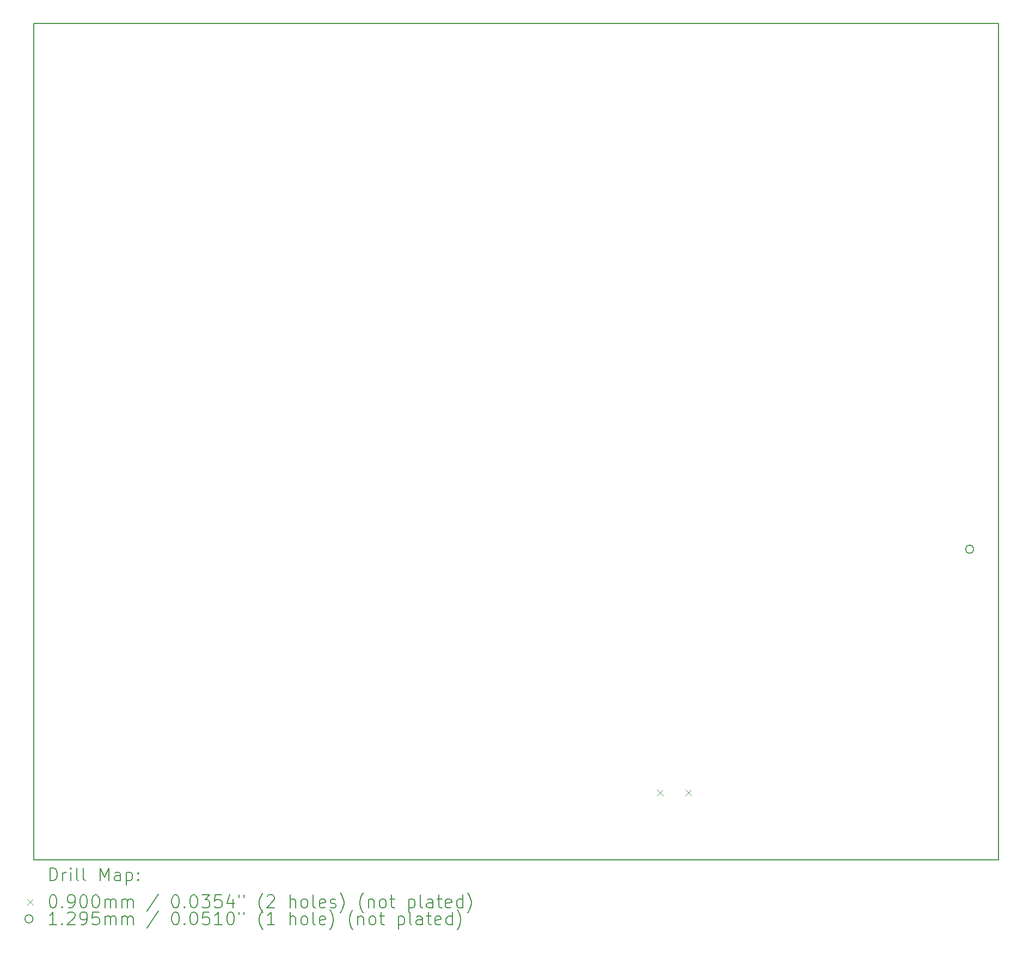
<source format=gbr>
%TF.GenerationSoftware,KiCad,Pcbnew,8.0.5*%
%TF.CreationDate,2024-11-21T04:34:35-05:00*%
%TF.ProjectId,PCB_Order3,5043425f-4f72-4646-9572-332e6b696361,rev?*%
%TF.SameCoordinates,Original*%
%TF.FileFunction,Drillmap*%
%TF.FilePolarity,Positive*%
%FSLAX45Y45*%
G04 Gerber Fmt 4.5, Leading zero omitted, Abs format (unit mm)*
G04 Created by KiCad (PCBNEW 8.0.5) date 2024-11-21 04:34:35*
%MOMM*%
%LPD*%
G01*
G04 APERTURE LIST*
%ADD10C,0.200000*%
%ADD11C,0.100000*%
%ADD12C,0.129540*%
G04 APERTURE END LIST*
D10*
X2780000Y-4515000D02*
X17780000Y-4515000D01*
X17780000Y-17515000D01*
X2780000Y-17515000D01*
X2780000Y-4515000D01*
D11*
X12475000Y-16422500D02*
X12565000Y-16512500D01*
X12565000Y-16422500D02*
X12475000Y-16512500D01*
X12915000Y-16422500D02*
X13005000Y-16512500D01*
X13005000Y-16422500D02*
X12915000Y-16512500D01*
D12*
X17399385Y-12685340D02*
G75*
G02*
X17269845Y-12685340I-64770J0D01*
G01*
X17269845Y-12685340D02*
G75*
G02*
X17399385Y-12685340I64770J0D01*
G01*
D10*
X3030777Y-17836484D02*
X3030777Y-17636484D01*
X3030777Y-17636484D02*
X3078396Y-17636484D01*
X3078396Y-17636484D02*
X3106967Y-17646008D01*
X3106967Y-17646008D02*
X3126015Y-17665055D01*
X3126015Y-17665055D02*
X3135539Y-17684103D01*
X3135539Y-17684103D02*
X3145062Y-17722198D01*
X3145062Y-17722198D02*
X3145062Y-17750770D01*
X3145062Y-17750770D02*
X3135539Y-17788865D01*
X3135539Y-17788865D02*
X3126015Y-17807912D01*
X3126015Y-17807912D02*
X3106967Y-17826960D01*
X3106967Y-17826960D02*
X3078396Y-17836484D01*
X3078396Y-17836484D02*
X3030777Y-17836484D01*
X3230777Y-17836484D02*
X3230777Y-17703150D01*
X3230777Y-17741246D02*
X3240301Y-17722198D01*
X3240301Y-17722198D02*
X3249824Y-17712674D01*
X3249824Y-17712674D02*
X3268872Y-17703150D01*
X3268872Y-17703150D02*
X3287920Y-17703150D01*
X3354586Y-17836484D02*
X3354586Y-17703150D01*
X3354586Y-17636484D02*
X3345062Y-17646008D01*
X3345062Y-17646008D02*
X3354586Y-17655531D01*
X3354586Y-17655531D02*
X3364110Y-17646008D01*
X3364110Y-17646008D02*
X3354586Y-17636484D01*
X3354586Y-17636484D02*
X3354586Y-17655531D01*
X3478396Y-17836484D02*
X3459348Y-17826960D01*
X3459348Y-17826960D02*
X3449824Y-17807912D01*
X3449824Y-17807912D02*
X3449824Y-17636484D01*
X3583158Y-17836484D02*
X3564110Y-17826960D01*
X3564110Y-17826960D02*
X3554586Y-17807912D01*
X3554586Y-17807912D02*
X3554586Y-17636484D01*
X3811729Y-17836484D02*
X3811729Y-17636484D01*
X3811729Y-17636484D02*
X3878396Y-17779341D01*
X3878396Y-17779341D02*
X3945062Y-17636484D01*
X3945062Y-17636484D02*
X3945062Y-17836484D01*
X4126015Y-17836484D02*
X4126015Y-17731722D01*
X4126015Y-17731722D02*
X4116491Y-17712674D01*
X4116491Y-17712674D02*
X4097443Y-17703150D01*
X4097443Y-17703150D02*
X4059348Y-17703150D01*
X4059348Y-17703150D02*
X4040301Y-17712674D01*
X4126015Y-17826960D02*
X4106967Y-17836484D01*
X4106967Y-17836484D02*
X4059348Y-17836484D01*
X4059348Y-17836484D02*
X4040301Y-17826960D01*
X4040301Y-17826960D02*
X4030777Y-17807912D01*
X4030777Y-17807912D02*
X4030777Y-17788865D01*
X4030777Y-17788865D02*
X4040301Y-17769817D01*
X4040301Y-17769817D02*
X4059348Y-17760293D01*
X4059348Y-17760293D02*
X4106967Y-17760293D01*
X4106967Y-17760293D02*
X4126015Y-17750770D01*
X4221253Y-17703150D02*
X4221253Y-17903150D01*
X4221253Y-17712674D02*
X4240301Y-17703150D01*
X4240301Y-17703150D02*
X4278396Y-17703150D01*
X4278396Y-17703150D02*
X4297444Y-17712674D01*
X4297444Y-17712674D02*
X4306967Y-17722198D01*
X4306967Y-17722198D02*
X4316491Y-17741246D01*
X4316491Y-17741246D02*
X4316491Y-17798389D01*
X4316491Y-17798389D02*
X4306967Y-17817436D01*
X4306967Y-17817436D02*
X4297444Y-17826960D01*
X4297444Y-17826960D02*
X4278396Y-17836484D01*
X4278396Y-17836484D02*
X4240301Y-17836484D01*
X4240301Y-17836484D02*
X4221253Y-17826960D01*
X4402205Y-17817436D02*
X4411729Y-17826960D01*
X4411729Y-17826960D02*
X4402205Y-17836484D01*
X4402205Y-17836484D02*
X4392682Y-17826960D01*
X4392682Y-17826960D02*
X4402205Y-17817436D01*
X4402205Y-17817436D02*
X4402205Y-17836484D01*
X4402205Y-17712674D02*
X4411729Y-17722198D01*
X4411729Y-17722198D02*
X4402205Y-17731722D01*
X4402205Y-17731722D02*
X4392682Y-17722198D01*
X4392682Y-17722198D02*
X4402205Y-17712674D01*
X4402205Y-17712674D02*
X4402205Y-17731722D01*
D11*
X2680000Y-18120000D02*
X2770000Y-18210000D01*
X2770000Y-18120000D02*
X2680000Y-18210000D01*
D10*
X3068872Y-18056484D02*
X3087920Y-18056484D01*
X3087920Y-18056484D02*
X3106967Y-18066008D01*
X3106967Y-18066008D02*
X3116491Y-18075531D01*
X3116491Y-18075531D02*
X3126015Y-18094579D01*
X3126015Y-18094579D02*
X3135539Y-18132674D01*
X3135539Y-18132674D02*
X3135539Y-18180293D01*
X3135539Y-18180293D02*
X3126015Y-18218389D01*
X3126015Y-18218389D02*
X3116491Y-18237436D01*
X3116491Y-18237436D02*
X3106967Y-18246960D01*
X3106967Y-18246960D02*
X3087920Y-18256484D01*
X3087920Y-18256484D02*
X3068872Y-18256484D01*
X3068872Y-18256484D02*
X3049824Y-18246960D01*
X3049824Y-18246960D02*
X3040301Y-18237436D01*
X3040301Y-18237436D02*
X3030777Y-18218389D01*
X3030777Y-18218389D02*
X3021253Y-18180293D01*
X3021253Y-18180293D02*
X3021253Y-18132674D01*
X3021253Y-18132674D02*
X3030777Y-18094579D01*
X3030777Y-18094579D02*
X3040301Y-18075531D01*
X3040301Y-18075531D02*
X3049824Y-18066008D01*
X3049824Y-18066008D02*
X3068872Y-18056484D01*
X3221253Y-18237436D02*
X3230777Y-18246960D01*
X3230777Y-18246960D02*
X3221253Y-18256484D01*
X3221253Y-18256484D02*
X3211729Y-18246960D01*
X3211729Y-18246960D02*
X3221253Y-18237436D01*
X3221253Y-18237436D02*
X3221253Y-18256484D01*
X3326015Y-18256484D02*
X3364110Y-18256484D01*
X3364110Y-18256484D02*
X3383158Y-18246960D01*
X3383158Y-18246960D02*
X3392682Y-18237436D01*
X3392682Y-18237436D02*
X3411729Y-18208865D01*
X3411729Y-18208865D02*
X3421253Y-18170770D01*
X3421253Y-18170770D02*
X3421253Y-18094579D01*
X3421253Y-18094579D02*
X3411729Y-18075531D01*
X3411729Y-18075531D02*
X3402205Y-18066008D01*
X3402205Y-18066008D02*
X3383158Y-18056484D01*
X3383158Y-18056484D02*
X3345062Y-18056484D01*
X3345062Y-18056484D02*
X3326015Y-18066008D01*
X3326015Y-18066008D02*
X3316491Y-18075531D01*
X3316491Y-18075531D02*
X3306967Y-18094579D01*
X3306967Y-18094579D02*
X3306967Y-18142198D01*
X3306967Y-18142198D02*
X3316491Y-18161246D01*
X3316491Y-18161246D02*
X3326015Y-18170770D01*
X3326015Y-18170770D02*
X3345062Y-18180293D01*
X3345062Y-18180293D02*
X3383158Y-18180293D01*
X3383158Y-18180293D02*
X3402205Y-18170770D01*
X3402205Y-18170770D02*
X3411729Y-18161246D01*
X3411729Y-18161246D02*
X3421253Y-18142198D01*
X3545062Y-18056484D02*
X3564110Y-18056484D01*
X3564110Y-18056484D02*
X3583158Y-18066008D01*
X3583158Y-18066008D02*
X3592682Y-18075531D01*
X3592682Y-18075531D02*
X3602205Y-18094579D01*
X3602205Y-18094579D02*
X3611729Y-18132674D01*
X3611729Y-18132674D02*
X3611729Y-18180293D01*
X3611729Y-18180293D02*
X3602205Y-18218389D01*
X3602205Y-18218389D02*
X3592682Y-18237436D01*
X3592682Y-18237436D02*
X3583158Y-18246960D01*
X3583158Y-18246960D02*
X3564110Y-18256484D01*
X3564110Y-18256484D02*
X3545062Y-18256484D01*
X3545062Y-18256484D02*
X3526015Y-18246960D01*
X3526015Y-18246960D02*
X3516491Y-18237436D01*
X3516491Y-18237436D02*
X3506967Y-18218389D01*
X3506967Y-18218389D02*
X3497443Y-18180293D01*
X3497443Y-18180293D02*
X3497443Y-18132674D01*
X3497443Y-18132674D02*
X3506967Y-18094579D01*
X3506967Y-18094579D02*
X3516491Y-18075531D01*
X3516491Y-18075531D02*
X3526015Y-18066008D01*
X3526015Y-18066008D02*
X3545062Y-18056484D01*
X3735539Y-18056484D02*
X3754586Y-18056484D01*
X3754586Y-18056484D02*
X3773634Y-18066008D01*
X3773634Y-18066008D02*
X3783158Y-18075531D01*
X3783158Y-18075531D02*
X3792682Y-18094579D01*
X3792682Y-18094579D02*
X3802205Y-18132674D01*
X3802205Y-18132674D02*
X3802205Y-18180293D01*
X3802205Y-18180293D02*
X3792682Y-18218389D01*
X3792682Y-18218389D02*
X3783158Y-18237436D01*
X3783158Y-18237436D02*
X3773634Y-18246960D01*
X3773634Y-18246960D02*
X3754586Y-18256484D01*
X3754586Y-18256484D02*
X3735539Y-18256484D01*
X3735539Y-18256484D02*
X3716491Y-18246960D01*
X3716491Y-18246960D02*
X3706967Y-18237436D01*
X3706967Y-18237436D02*
X3697443Y-18218389D01*
X3697443Y-18218389D02*
X3687920Y-18180293D01*
X3687920Y-18180293D02*
X3687920Y-18132674D01*
X3687920Y-18132674D02*
X3697443Y-18094579D01*
X3697443Y-18094579D02*
X3706967Y-18075531D01*
X3706967Y-18075531D02*
X3716491Y-18066008D01*
X3716491Y-18066008D02*
X3735539Y-18056484D01*
X3887920Y-18256484D02*
X3887920Y-18123150D01*
X3887920Y-18142198D02*
X3897443Y-18132674D01*
X3897443Y-18132674D02*
X3916491Y-18123150D01*
X3916491Y-18123150D02*
X3945063Y-18123150D01*
X3945063Y-18123150D02*
X3964110Y-18132674D01*
X3964110Y-18132674D02*
X3973634Y-18151722D01*
X3973634Y-18151722D02*
X3973634Y-18256484D01*
X3973634Y-18151722D02*
X3983158Y-18132674D01*
X3983158Y-18132674D02*
X4002205Y-18123150D01*
X4002205Y-18123150D02*
X4030777Y-18123150D01*
X4030777Y-18123150D02*
X4049824Y-18132674D01*
X4049824Y-18132674D02*
X4059348Y-18151722D01*
X4059348Y-18151722D02*
X4059348Y-18256484D01*
X4154586Y-18256484D02*
X4154586Y-18123150D01*
X4154586Y-18142198D02*
X4164110Y-18132674D01*
X4164110Y-18132674D02*
X4183158Y-18123150D01*
X4183158Y-18123150D02*
X4211729Y-18123150D01*
X4211729Y-18123150D02*
X4230777Y-18132674D01*
X4230777Y-18132674D02*
X4240301Y-18151722D01*
X4240301Y-18151722D02*
X4240301Y-18256484D01*
X4240301Y-18151722D02*
X4249825Y-18132674D01*
X4249825Y-18132674D02*
X4268872Y-18123150D01*
X4268872Y-18123150D02*
X4297444Y-18123150D01*
X4297444Y-18123150D02*
X4316491Y-18132674D01*
X4316491Y-18132674D02*
X4326015Y-18151722D01*
X4326015Y-18151722D02*
X4326015Y-18256484D01*
X4716491Y-18046960D02*
X4545063Y-18304103D01*
X4973634Y-18056484D02*
X4992682Y-18056484D01*
X4992682Y-18056484D02*
X5011729Y-18066008D01*
X5011729Y-18066008D02*
X5021253Y-18075531D01*
X5021253Y-18075531D02*
X5030777Y-18094579D01*
X5030777Y-18094579D02*
X5040301Y-18132674D01*
X5040301Y-18132674D02*
X5040301Y-18180293D01*
X5040301Y-18180293D02*
X5030777Y-18218389D01*
X5030777Y-18218389D02*
X5021253Y-18237436D01*
X5021253Y-18237436D02*
X5011729Y-18246960D01*
X5011729Y-18246960D02*
X4992682Y-18256484D01*
X4992682Y-18256484D02*
X4973634Y-18256484D01*
X4973634Y-18256484D02*
X4954587Y-18246960D01*
X4954587Y-18246960D02*
X4945063Y-18237436D01*
X4945063Y-18237436D02*
X4935539Y-18218389D01*
X4935539Y-18218389D02*
X4926015Y-18180293D01*
X4926015Y-18180293D02*
X4926015Y-18132674D01*
X4926015Y-18132674D02*
X4935539Y-18094579D01*
X4935539Y-18094579D02*
X4945063Y-18075531D01*
X4945063Y-18075531D02*
X4954587Y-18066008D01*
X4954587Y-18066008D02*
X4973634Y-18056484D01*
X5126015Y-18237436D02*
X5135539Y-18246960D01*
X5135539Y-18246960D02*
X5126015Y-18256484D01*
X5126015Y-18256484D02*
X5116491Y-18246960D01*
X5116491Y-18246960D02*
X5126015Y-18237436D01*
X5126015Y-18237436D02*
X5126015Y-18256484D01*
X5259348Y-18056484D02*
X5278396Y-18056484D01*
X5278396Y-18056484D02*
X5297444Y-18066008D01*
X5297444Y-18066008D02*
X5306968Y-18075531D01*
X5306968Y-18075531D02*
X5316491Y-18094579D01*
X5316491Y-18094579D02*
X5326015Y-18132674D01*
X5326015Y-18132674D02*
X5326015Y-18180293D01*
X5326015Y-18180293D02*
X5316491Y-18218389D01*
X5316491Y-18218389D02*
X5306968Y-18237436D01*
X5306968Y-18237436D02*
X5297444Y-18246960D01*
X5297444Y-18246960D02*
X5278396Y-18256484D01*
X5278396Y-18256484D02*
X5259348Y-18256484D01*
X5259348Y-18256484D02*
X5240301Y-18246960D01*
X5240301Y-18246960D02*
X5230777Y-18237436D01*
X5230777Y-18237436D02*
X5221253Y-18218389D01*
X5221253Y-18218389D02*
X5211729Y-18180293D01*
X5211729Y-18180293D02*
X5211729Y-18132674D01*
X5211729Y-18132674D02*
X5221253Y-18094579D01*
X5221253Y-18094579D02*
X5230777Y-18075531D01*
X5230777Y-18075531D02*
X5240301Y-18066008D01*
X5240301Y-18066008D02*
X5259348Y-18056484D01*
X5392682Y-18056484D02*
X5516491Y-18056484D01*
X5516491Y-18056484D02*
X5449825Y-18132674D01*
X5449825Y-18132674D02*
X5478396Y-18132674D01*
X5478396Y-18132674D02*
X5497444Y-18142198D01*
X5497444Y-18142198D02*
X5506968Y-18151722D01*
X5506968Y-18151722D02*
X5516491Y-18170770D01*
X5516491Y-18170770D02*
X5516491Y-18218389D01*
X5516491Y-18218389D02*
X5506968Y-18237436D01*
X5506968Y-18237436D02*
X5497444Y-18246960D01*
X5497444Y-18246960D02*
X5478396Y-18256484D01*
X5478396Y-18256484D02*
X5421253Y-18256484D01*
X5421253Y-18256484D02*
X5402206Y-18246960D01*
X5402206Y-18246960D02*
X5392682Y-18237436D01*
X5697444Y-18056484D02*
X5602206Y-18056484D01*
X5602206Y-18056484D02*
X5592682Y-18151722D01*
X5592682Y-18151722D02*
X5602206Y-18142198D01*
X5602206Y-18142198D02*
X5621253Y-18132674D01*
X5621253Y-18132674D02*
X5668872Y-18132674D01*
X5668872Y-18132674D02*
X5687920Y-18142198D01*
X5687920Y-18142198D02*
X5697444Y-18151722D01*
X5697444Y-18151722D02*
X5706967Y-18170770D01*
X5706967Y-18170770D02*
X5706967Y-18218389D01*
X5706967Y-18218389D02*
X5697444Y-18237436D01*
X5697444Y-18237436D02*
X5687920Y-18246960D01*
X5687920Y-18246960D02*
X5668872Y-18256484D01*
X5668872Y-18256484D02*
X5621253Y-18256484D01*
X5621253Y-18256484D02*
X5602206Y-18246960D01*
X5602206Y-18246960D02*
X5592682Y-18237436D01*
X5878396Y-18123150D02*
X5878396Y-18256484D01*
X5830777Y-18046960D02*
X5783158Y-18189817D01*
X5783158Y-18189817D02*
X5906967Y-18189817D01*
X5973634Y-18056484D02*
X5973634Y-18094579D01*
X6049825Y-18056484D02*
X6049825Y-18094579D01*
X6345063Y-18332674D02*
X6335539Y-18323150D01*
X6335539Y-18323150D02*
X6316491Y-18294579D01*
X6316491Y-18294579D02*
X6306968Y-18275531D01*
X6306968Y-18275531D02*
X6297444Y-18246960D01*
X6297444Y-18246960D02*
X6287920Y-18199341D01*
X6287920Y-18199341D02*
X6287920Y-18161246D01*
X6287920Y-18161246D02*
X6297444Y-18113627D01*
X6297444Y-18113627D02*
X6306968Y-18085055D01*
X6306968Y-18085055D02*
X6316491Y-18066008D01*
X6316491Y-18066008D02*
X6335539Y-18037436D01*
X6335539Y-18037436D02*
X6345063Y-18027912D01*
X6411729Y-18075531D02*
X6421253Y-18066008D01*
X6421253Y-18066008D02*
X6440301Y-18056484D01*
X6440301Y-18056484D02*
X6487920Y-18056484D01*
X6487920Y-18056484D02*
X6506968Y-18066008D01*
X6506968Y-18066008D02*
X6516491Y-18075531D01*
X6516491Y-18075531D02*
X6526015Y-18094579D01*
X6526015Y-18094579D02*
X6526015Y-18113627D01*
X6526015Y-18113627D02*
X6516491Y-18142198D01*
X6516491Y-18142198D02*
X6402206Y-18256484D01*
X6402206Y-18256484D02*
X6526015Y-18256484D01*
X6764110Y-18256484D02*
X6764110Y-18056484D01*
X6849825Y-18256484D02*
X6849825Y-18151722D01*
X6849825Y-18151722D02*
X6840301Y-18132674D01*
X6840301Y-18132674D02*
X6821253Y-18123150D01*
X6821253Y-18123150D02*
X6792682Y-18123150D01*
X6792682Y-18123150D02*
X6773634Y-18132674D01*
X6773634Y-18132674D02*
X6764110Y-18142198D01*
X6973634Y-18256484D02*
X6954587Y-18246960D01*
X6954587Y-18246960D02*
X6945063Y-18237436D01*
X6945063Y-18237436D02*
X6935539Y-18218389D01*
X6935539Y-18218389D02*
X6935539Y-18161246D01*
X6935539Y-18161246D02*
X6945063Y-18142198D01*
X6945063Y-18142198D02*
X6954587Y-18132674D01*
X6954587Y-18132674D02*
X6973634Y-18123150D01*
X6973634Y-18123150D02*
X7002206Y-18123150D01*
X7002206Y-18123150D02*
X7021253Y-18132674D01*
X7021253Y-18132674D02*
X7030777Y-18142198D01*
X7030777Y-18142198D02*
X7040301Y-18161246D01*
X7040301Y-18161246D02*
X7040301Y-18218389D01*
X7040301Y-18218389D02*
X7030777Y-18237436D01*
X7030777Y-18237436D02*
X7021253Y-18246960D01*
X7021253Y-18246960D02*
X7002206Y-18256484D01*
X7002206Y-18256484D02*
X6973634Y-18256484D01*
X7154587Y-18256484D02*
X7135539Y-18246960D01*
X7135539Y-18246960D02*
X7126015Y-18227912D01*
X7126015Y-18227912D02*
X7126015Y-18056484D01*
X7306968Y-18246960D02*
X7287920Y-18256484D01*
X7287920Y-18256484D02*
X7249825Y-18256484D01*
X7249825Y-18256484D02*
X7230777Y-18246960D01*
X7230777Y-18246960D02*
X7221253Y-18227912D01*
X7221253Y-18227912D02*
X7221253Y-18151722D01*
X7221253Y-18151722D02*
X7230777Y-18132674D01*
X7230777Y-18132674D02*
X7249825Y-18123150D01*
X7249825Y-18123150D02*
X7287920Y-18123150D01*
X7287920Y-18123150D02*
X7306968Y-18132674D01*
X7306968Y-18132674D02*
X7316491Y-18151722D01*
X7316491Y-18151722D02*
X7316491Y-18170770D01*
X7316491Y-18170770D02*
X7221253Y-18189817D01*
X7392682Y-18246960D02*
X7411730Y-18256484D01*
X7411730Y-18256484D02*
X7449825Y-18256484D01*
X7449825Y-18256484D02*
X7468872Y-18246960D01*
X7468872Y-18246960D02*
X7478396Y-18227912D01*
X7478396Y-18227912D02*
X7478396Y-18218389D01*
X7478396Y-18218389D02*
X7468872Y-18199341D01*
X7468872Y-18199341D02*
X7449825Y-18189817D01*
X7449825Y-18189817D02*
X7421253Y-18189817D01*
X7421253Y-18189817D02*
X7402206Y-18180293D01*
X7402206Y-18180293D02*
X7392682Y-18161246D01*
X7392682Y-18161246D02*
X7392682Y-18151722D01*
X7392682Y-18151722D02*
X7402206Y-18132674D01*
X7402206Y-18132674D02*
X7421253Y-18123150D01*
X7421253Y-18123150D02*
X7449825Y-18123150D01*
X7449825Y-18123150D02*
X7468872Y-18132674D01*
X7545063Y-18332674D02*
X7554587Y-18323150D01*
X7554587Y-18323150D02*
X7573634Y-18294579D01*
X7573634Y-18294579D02*
X7583158Y-18275531D01*
X7583158Y-18275531D02*
X7592682Y-18246960D01*
X7592682Y-18246960D02*
X7602206Y-18199341D01*
X7602206Y-18199341D02*
X7602206Y-18161246D01*
X7602206Y-18161246D02*
X7592682Y-18113627D01*
X7592682Y-18113627D02*
X7583158Y-18085055D01*
X7583158Y-18085055D02*
X7573634Y-18066008D01*
X7573634Y-18066008D02*
X7554587Y-18037436D01*
X7554587Y-18037436D02*
X7545063Y-18027912D01*
X7906968Y-18332674D02*
X7897444Y-18323150D01*
X7897444Y-18323150D02*
X7878396Y-18294579D01*
X7878396Y-18294579D02*
X7868872Y-18275531D01*
X7868872Y-18275531D02*
X7859349Y-18246960D01*
X7859349Y-18246960D02*
X7849825Y-18199341D01*
X7849825Y-18199341D02*
X7849825Y-18161246D01*
X7849825Y-18161246D02*
X7859349Y-18113627D01*
X7859349Y-18113627D02*
X7868872Y-18085055D01*
X7868872Y-18085055D02*
X7878396Y-18066008D01*
X7878396Y-18066008D02*
X7897444Y-18037436D01*
X7897444Y-18037436D02*
X7906968Y-18027912D01*
X7983158Y-18123150D02*
X7983158Y-18256484D01*
X7983158Y-18142198D02*
X7992682Y-18132674D01*
X7992682Y-18132674D02*
X8011730Y-18123150D01*
X8011730Y-18123150D02*
X8040301Y-18123150D01*
X8040301Y-18123150D02*
X8059349Y-18132674D01*
X8059349Y-18132674D02*
X8068872Y-18151722D01*
X8068872Y-18151722D02*
X8068872Y-18256484D01*
X8192682Y-18256484D02*
X8173634Y-18246960D01*
X8173634Y-18246960D02*
X8164111Y-18237436D01*
X8164111Y-18237436D02*
X8154587Y-18218389D01*
X8154587Y-18218389D02*
X8154587Y-18161246D01*
X8154587Y-18161246D02*
X8164111Y-18142198D01*
X8164111Y-18142198D02*
X8173634Y-18132674D01*
X8173634Y-18132674D02*
X8192682Y-18123150D01*
X8192682Y-18123150D02*
X8221253Y-18123150D01*
X8221253Y-18123150D02*
X8240301Y-18132674D01*
X8240301Y-18132674D02*
X8249825Y-18142198D01*
X8249825Y-18142198D02*
X8259349Y-18161246D01*
X8259349Y-18161246D02*
X8259349Y-18218389D01*
X8259349Y-18218389D02*
X8249825Y-18237436D01*
X8249825Y-18237436D02*
X8240301Y-18246960D01*
X8240301Y-18246960D02*
X8221253Y-18256484D01*
X8221253Y-18256484D02*
X8192682Y-18256484D01*
X8316492Y-18123150D02*
X8392682Y-18123150D01*
X8345063Y-18056484D02*
X8345063Y-18227912D01*
X8345063Y-18227912D02*
X8354587Y-18246960D01*
X8354587Y-18246960D02*
X8373634Y-18256484D01*
X8373634Y-18256484D02*
X8392682Y-18256484D01*
X8611730Y-18123150D02*
X8611730Y-18323150D01*
X8611730Y-18132674D02*
X8630777Y-18123150D01*
X8630777Y-18123150D02*
X8668873Y-18123150D01*
X8668873Y-18123150D02*
X8687920Y-18132674D01*
X8687920Y-18132674D02*
X8697444Y-18142198D01*
X8697444Y-18142198D02*
X8706968Y-18161246D01*
X8706968Y-18161246D02*
X8706968Y-18218389D01*
X8706968Y-18218389D02*
X8697444Y-18237436D01*
X8697444Y-18237436D02*
X8687920Y-18246960D01*
X8687920Y-18246960D02*
X8668873Y-18256484D01*
X8668873Y-18256484D02*
X8630777Y-18256484D01*
X8630777Y-18256484D02*
X8611730Y-18246960D01*
X8821254Y-18256484D02*
X8802206Y-18246960D01*
X8802206Y-18246960D02*
X8792682Y-18227912D01*
X8792682Y-18227912D02*
X8792682Y-18056484D01*
X8983158Y-18256484D02*
X8983158Y-18151722D01*
X8983158Y-18151722D02*
X8973635Y-18132674D01*
X8973635Y-18132674D02*
X8954587Y-18123150D01*
X8954587Y-18123150D02*
X8916492Y-18123150D01*
X8916492Y-18123150D02*
X8897444Y-18132674D01*
X8983158Y-18246960D02*
X8964111Y-18256484D01*
X8964111Y-18256484D02*
X8916492Y-18256484D01*
X8916492Y-18256484D02*
X8897444Y-18246960D01*
X8897444Y-18246960D02*
X8887920Y-18227912D01*
X8887920Y-18227912D02*
X8887920Y-18208865D01*
X8887920Y-18208865D02*
X8897444Y-18189817D01*
X8897444Y-18189817D02*
X8916492Y-18180293D01*
X8916492Y-18180293D02*
X8964111Y-18180293D01*
X8964111Y-18180293D02*
X8983158Y-18170770D01*
X9049825Y-18123150D02*
X9126015Y-18123150D01*
X9078396Y-18056484D02*
X9078396Y-18227912D01*
X9078396Y-18227912D02*
X9087920Y-18246960D01*
X9087920Y-18246960D02*
X9106968Y-18256484D01*
X9106968Y-18256484D02*
X9126015Y-18256484D01*
X9268873Y-18246960D02*
X9249825Y-18256484D01*
X9249825Y-18256484D02*
X9211730Y-18256484D01*
X9211730Y-18256484D02*
X9192682Y-18246960D01*
X9192682Y-18246960D02*
X9183158Y-18227912D01*
X9183158Y-18227912D02*
X9183158Y-18151722D01*
X9183158Y-18151722D02*
X9192682Y-18132674D01*
X9192682Y-18132674D02*
X9211730Y-18123150D01*
X9211730Y-18123150D02*
X9249825Y-18123150D01*
X9249825Y-18123150D02*
X9268873Y-18132674D01*
X9268873Y-18132674D02*
X9278396Y-18151722D01*
X9278396Y-18151722D02*
X9278396Y-18170770D01*
X9278396Y-18170770D02*
X9183158Y-18189817D01*
X9449825Y-18256484D02*
X9449825Y-18056484D01*
X9449825Y-18246960D02*
X9430777Y-18256484D01*
X9430777Y-18256484D02*
X9392682Y-18256484D01*
X9392682Y-18256484D02*
X9373635Y-18246960D01*
X9373635Y-18246960D02*
X9364111Y-18237436D01*
X9364111Y-18237436D02*
X9354587Y-18218389D01*
X9354587Y-18218389D02*
X9354587Y-18161246D01*
X9354587Y-18161246D02*
X9364111Y-18142198D01*
X9364111Y-18142198D02*
X9373635Y-18132674D01*
X9373635Y-18132674D02*
X9392682Y-18123150D01*
X9392682Y-18123150D02*
X9430777Y-18123150D01*
X9430777Y-18123150D02*
X9449825Y-18132674D01*
X9526016Y-18332674D02*
X9535539Y-18323150D01*
X9535539Y-18323150D02*
X9554587Y-18294579D01*
X9554587Y-18294579D02*
X9564111Y-18275531D01*
X9564111Y-18275531D02*
X9573635Y-18246960D01*
X9573635Y-18246960D02*
X9583158Y-18199341D01*
X9583158Y-18199341D02*
X9583158Y-18161246D01*
X9583158Y-18161246D02*
X9573635Y-18113627D01*
X9573635Y-18113627D02*
X9564111Y-18085055D01*
X9564111Y-18085055D02*
X9554587Y-18066008D01*
X9554587Y-18066008D02*
X9535539Y-18037436D01*
X9535539Y-18037436D02*
X9526016Y-18027912D01*
D12*
X2770000Y-18429000D02*
G75*
G02*
X2640460Y-18429000I-64770J0D01*
G01*
X2640460Y-18429000D02*
G75*
G02*
X2770000Y-18429000I64770J0D01*
G01*
D10*
X3135539Y-18520484D02*
X3021253Y-18520484D01*
X3078396Y-18520484D02*
X3078396Y-18320484D01*
X3078396Y-18320484D02*
X3059348Y-18349055D01*
X3059348Y-18349055D02*
X3040301Y-18368103D01*
X3040301Y-18368103D02*
X3021253Y-18377627D01*
X3221253Y-18501436D02*
X3230777Y-18510960D01*
X3230777Y-18510960D02*
X3221253Y-18520484D01*
X3221253Y-18520484D02*
X3211729Y-18510960D01*
X3211729Y-18510960D02*
X3221253Y-18501436D01*
X3221253Y-18501436D02*
X3221253Y-18520484D01*
X3306967Y-18339531D02*
X3316491Y-18330008D01*
X3316491Y-18330008D02*
X3335539Y-18320484D01*
X3335539Y-18320484D02*
X3383158Y-18320484D01*
X3383158Y-18320484D02*
X3402205Y-18330008D01*
X3402205Y-18330008D02*
X3411729Y-18339531D01*
X3411729Y-18339531D02*
X3421253Y-18358579D01*
X3421253Y-18358579D02*
X3421253Y-18377627D01*
X3421253Y-18377627D02*
X3411729Y-18406198D01*
X3411729Y-18406198D02*
X3297443Y-18520484D01*
X3297443Y-18520484D02*
X3421253Y-18520484D01*
X3516491Y-18520484D02*
X3554586Y-18520484D01*
X3554586Y-18520484D02*
X3573634Y-18510960D01*
X3573634Y-18510960D02*
X3583158Y-18501436D01*
X3583158Y-18501436D02*
X3602205Y-18472865D01*
X3602205Y-18472865D02*
X3611729Y-18434770D01*
X3611729Y-18434770D02*
X3611729Y-18358579D01*
X3611729Y-18358579D02*
X3602205Y-18339531D01*
X3602205Y-18339531D02*
X3592682Y-18330008D01*
X3592682Y-18330008D02*
X3573634Y-18320484D01*
X3573634Y-18320484D02*
X3535539Y-18320484D01*
X3535539Y-18320484D02*
X3516491Y-18330008D01*
X3516491Y-18330008D02*
X3506967Y-18339531D01*
X3506967Y-18339531D02*
X3497443Y-18358579D01*
X3497443Y-18358579D02*
X3497443Y-18406198D01*
X3497443Y-18406198D02*
X3506967Y-18425246D01*
X3506967Y-18425246D02*
X3516491Y-18434770D01*
X3516491Y-18434770D02*
X3535539Y-18444293D01*
X3535539Y-18444293D02*
X3573634Y-18444293D01*
X3573634Y-18444293D02*
X3592682Y-18434770D01*
X3592682Y-18434770D02*
X3602205Y-18425246D01*
X3602205Y-18425246D02*
X3611729Y-18406198D01*
X3792682Y-18320484D02*
X3697443Y-18320484D01*
X3697443Y-18320484D02*
X3687920Y-18415722D01*
X3687920Y-18415722D02*
X3697443Y-18406198D01*
X3697443Y-18406198D02*
X3716491Y-18396674D01*
X3716491Y-18396674D02*
X3764110Y-18396674D01*
X3764110Y-18396674D02*
X3783158Y-18406198D01*
X3783158Y-18406198D02*
X3792682Y-18415722D01*
X3792682Y-18415722D02*
X3802205Y-18434770D01*
X3802205Y-18434770D02*
X3802205Y-18482389D01*
X3802205Y-18482389D02*
X3792682Y-18501436D01*
X3792682Y-18501436D02*
X3783158Y-18510960D01*
X3783158Y-18510960D02*
X3764110Y-18520484D01*
X3764110Y-18520484D02*
X3716491Y-18520484D01*
X3716491Y-18520484D02*
X3697443Y-18510960D01*
X3697443Y-18510960D02*
X3687920Y-18501436D01*
X3887920Y-18520484D02*
X3887920Y-18387150D01*
X3887920Y-18406198D02*
X3897443Y-18396674D01*
X3897443Y-18396674D02*
X3916491Y-18387150D01*
X3916491Y-18387150D02*
X3945063Y-18387150D01*
X3945063Y-18387150D02*
X3964110Y-18396674D01*
X3964110Y-18396674D02*
X3973634Y-18415722D01*
X3973634Y-18415722D02*
X3973634Y-18520484D01*
X3973634Y-18415722D02*
X3983158Y-18396674D01*
X3983158Y-18396674D02*
X4002205Y-18387150D01*
X4002205Y-18387150D02*
X4030777Y-18387150D01*
X4030777Y-18387150D02*
X4049824Y-18396674D01*
X4049824Y-18396674D02*
X4059348Y-18415722D01*
X4059348Y-18415722D02*
X4059348Y-18520484D01*
X4154586Y-18520484D02*
X4154586Y-18387150D01*
X4154586Y-18406198D02*
X4164110Y-18396674D01*
X4164110Y-18396674D02*
X4183158Y-18387150D01*
X4183158Y-18387150D02*
X4211729Y-18387150D01*
X4211729Y-18387150D02*
X4230777Y-18396674D01*
X4230777Y-18396674D02*
X4240301Y-18415722D01*
X4240301Y-18415722D02*
X4240301Y-18520484D01*
X4240301Y-18415722D02*
X4249825Y-18396674D01*
X4249825Y-18396674D02*
X4268872Y-18387150D01*
X4268872Y-18387150D02*
X4297444Y-18387150D01*
X4297444Y-18387150D02*
X4316491Y-18396674D01*
X4316491Y-18396674D02*
X4326015Y-18415722D01*
X4326015Y-18415722D02*
X4326015Y-18520484D01*
X4716491Y-18310960D02*
X4545063Y-18568103D01*
X4973634Y-18320484D02*
X4992682Y-18320484D01*
X4992682Y-18320484D02*
X5011729Y-18330008D01*
X5011729Y-18330008D02*
X5021253Y-18339531D01*
X5021253Y-18339531D02*
X5030777Y-18358579D01*
X5030777Y-18358579D02*
X5040301Y-18396674D01*
X5040301Y-18396674D02*
X5040301Y-18444293D01*
X5040301Y-18444293D02*
X5030777Y-18482389D01*
X5030777Y-18482389D02*
X5021253Y-18501436D01*
X5021253Y-18501436D02*
X5011729Y-18510960D01*
X5011729Y-18510960D02*
X4992682Y-18520484D01*
X4992682Y-18520484D02*
X4973634Y-18520484D01*
X4973634Y-18520484D02*
X4954587Y-18510960D01*
X4954587Y-18510960D02*
X4945063Y-18501436D01*
X4945063Y-18501436D02*
X4935539Y-18482389D01*
X4935539Y-18482389D02*
X4926015Y-18444293D01*
X4926015Y-18444293D02*
X4926015Y-18396674D01*
X4926015Y-18396674D02*
X4935539Y-18358579D01*
X4935539Y-18358579D02*
X4945063Y-18339531D01*
X4945063Y-18339531D02*
X4954587Y-18330008D01*
X4954587Y-18330008D02*
X4973634Y-18320484D01*
X5126015Y-18501436D02*
X5135539Y-18510960D01*
X5135539Y-18510960D02*
X5126015Y-18520484D01*
X5126015Y-18520484D02*
X5116491Y-18510960D01*
X5116491Y-18510960D02*
X5126015Y-18501436D01*
X5126015Y-18501436D02*
X5126015Y-18520484D01*
X5259348Y-18320484D02*
X5278396Y-18320484D01*
X5278396Y-18320484D02*
X5297444Y-18330008D01*
X5297444Y-18330008D02*
X5306968Y-18339531D01*
X5306968Y-18339531D02*
X5316491Y-18358579D01*
X5316491Y-18358579D02*
X5326015Y-18396674D01*
X5326015Y-18396674D02*
X5326015Y-18444293D01*
X5326015Y-18444293D02*
X5316491Y-18482389D01*
X5316491Y-18482389D02*
X5306968Y-18501436D01*
X5306968Y-18501436D02*
X5297444Y-18510960D01*
X5297444Y-18510960D02*
X5278396Y-18520484D01*
X5278396Y-18520484D02*
X5259348Y-18520484D01*
X5259348Y-18520484D02*
X5240301Y-18510960D01*
X5240301Y-18510960D02*
X5230777Y-18501436D01*
X5230777Y-18501436D02*
X5221253Y-18482389D01*
X5221253Y-18482389D02*
X5211729Y-18444293D01*
X5211729Y-18444293D02*
X5211729Y-18396674D01*
X5211729Y-18396674D02*
X5221253Y-18358579D01*
X5221253Y-18358579D02*
X5230777Y-18339531D01*
X5230777Y-18339531D02*
X5240301Y-18330008D01*
X5240301Y-18330008D02*
X5259348Y-18320484D01*
X5506968Y-18320484D02*
X5411729Y-18320484D01*
X5411729Y-18320484D02*
X5402206Y-18415722D01*
X5402206Y-18415722D02*
X5411729Y-18406198D01*
X5411729Y-18406198D02*
X5430777Y-18396674D01*
X5430777Y-18396674D02*
X5478396Y-18396674D01*
X5478396Y-18396674D02*
X5497444Y-18406198D01*
X5497444Y-18406198D02*
X5506968Y-18415722D01*
X5506968Y-18415722D02*
X5516491Y-18434770D01*
X5516491Y-18434770D02*
X5516491Y-18482389D01*
X5516491Y-18482389D02*
X5506968Y-18501436D01*
X5506968Y-18501436D02*
X5497444Y-18510960D01*
X5497444Y-18510960D02*
X5478396Y-18520484D01*
X5478396Y-18520484D02*
X5430777Y-18520484D01*
X5430777Y-18520484D02*
X5411729Y-18510960D01*
X5411729Y-18510960D02*
X5402206Y-18501436D01*
X5706967Y-18520484D02*
X5592682Y-18520484D01*
X5649825Y-18520484D02*
X5649825Y-18320484D01*
X5649825Y-18320484D02*
X5630777Y-18349055D01*
X5630777Y-18349055D02*
X5611729Y-18368103D01*
X5611729Y-18368103D02*
X5592682Y-18377627D01*
X5830777Y-18320484D02*
X5849825Y-18320484D01*
X5849825Y-18320484D02*
X5868872Y-18330008D01*
X5868872Y-18330008D02*
X5878396Y-18339531D01*
X5878396Y-18339531D02*
X5887920Y-18358579D01*
X5887920Y-18358579D02*
X5897444Y-18396674D01*
X5897444Y-18396674D02*
X5897444Y-18444293D01*
X5897444Y-18444293D02*
X5887920Y-18482389D01*
X5887920Y-18482389D02*
X5878396Y-18501436D01*
X5878396Y-18501436D02*
X5868872Y-18510960D01*
X5868872Y-18510960D02*
X5849825Y-18520484D01*
X5849825Y-18520484D02*
X5830777Y-18520484D01*
X5830777Y-18520484D02*
X5811729Y-18510960D01*
X5811729Y-18510960D02*
X5802206Y-18501436D01*
X5802206Y-18501436D02*
X5792682Y-18482389D01*
X5792682Y-18482389D02*
X5783158Y-18444293D01*
X5783158Y-18444293D02*
X5783158Y-18396674D01*
X5783158Y-18396674D02*
X5792682Y-18358579D01*
X5792682Y-18358579D02*
X5802206Y-18339531D01*
X5802206Y-18339531D02*
X5811729Y-18330008D01*
X5811729Y-18330008D02*
X5830777Y-18320484D01*
X5973634Y-18320484D02*
X5973634Y-18358579D01*
X6049825Y-18320484D02*
X6049825Y-18358579D01*
X6345063Y-18596674D02*
X6335539Y-18587150D01*
X6335539Y-18587150D02*
X6316491Y-18558579D01*
X6316491Y-18558579D02*
X6306968Y-18539531D01*
X6306968Y-18539531D02*
X6297444Y-18510960D01*
X6297444Y-18510960D02*
X6287920Y-18463341D01*
X6287920Y-18463341D02*
X6287920Y-18425246D01*
X6287920Y-18425246D02*
X6297444Y-18377627D01*
X6297444Y-18377627D02*
X6306968Y-18349055D01*
X6306968Y-18349055D02*
X6316491Y-18330008D01*
X6316491Y-18330008D02*
X6335539Y-18301436D01*
X6335539Y-18301436D02*
X6345063Y-18291912D01*
X6526015Y-18520484D02*
X6411729Y-18520484D01*
X6468872Y-18520484D02*
X6468872Y-18320484D01*
X6468872Y-18320484D02*
X6449825Y-18349055D01*
X6449825Y-18349055D02*
X6430777Y-18368103D01*
X6430777Y-18368103D02*
X6411729Y-18377627D01*
X6764110Y-18520484D02*
X6764110Y-18320484D01*
X6849825Y-18520484D02*
X6849825Y-18415722D01*
X6849825Y-18415722D02*
X6840301Y-18396674D01*
X6840301Y-18396674D02*
X6821253Y-18387150D01*
X6821253Y-18387150D02*
X6792682Y-18387150D01*
X6792682Y-18387150D02*
X6773634Y-18396674D01*
X6773634Y-18396674D02*
X6764110Y-18406198D01*
X6973634Y-18520484D02*
X6954587Y-18510960D01*
X6954587Y-18510960D02*
X6945063Y-18501436D01*
X6945063Y-18501436D02*
X6935539Y-18482389D01*
X6935539Y-18482389D02*
X6935539Y-18425246D01*
X6935539Y-18425246D02*
X6945063Y-18406198D01*
X6945063Y-18406198D02*
X6954587Y-18396674D01*
X6954587Y-18396674D02*
X6973634Y-18387150D01*
X6973634Y-18387150D02*
X7002206Y-18387150D01*
X7002206Y-18387150D02*
X7021253Y-18396674D01*
X7021253Y-18396674D02*
X7030777Y-18406198D01*
X7030777Y-18406198D02*
X7040301Y-18425246D01*
X7040301Y-18425246D02*
X7040301Y-18482389D01*
X7040301Y-18482389D02*
X7030777Y-18501436D01*
X7030777Y-18501436D02*
X7021253Y-18510960D01*
X7021253Y-18510960D02*
X7002206Y-18520484D01*
X7002206Y-18520484D02*
X6973634Y-18520484D01*
X7154587Y-18520484D02*
X7135539Y-18510960D01*
X7135539Y-18510960D02*
X7126015Y-18491912D01*
X7126015Y-18491912D02*
X7126015Y-18320484D01*
X7306968Y-18510960D02*
X7287920Y-18520484D01*
X7287920Y-18520484D02*
X7249825Y-18520484D01*
X7249825Y-18520484D02*
X7230777Y-18510960D01*
X7230777Y-18510960D02*
X7221253Y-18491912D01*
X7221253Y-18491912D02*
X7221253Y-18415722D01*
X7221253Y-18415722D02*
X7230777Y-18396674D01*
X7230777Y-18396674D02*
X7249825Y-18387150D01*
X7249825Y-18387150D02*
X7287920Y-18387150D01*
X7287920Y-18387150D02*
X7306968Y-18396674D01*
X7306968Y-18396674D02*
X7316491Y-18415722D01*
X7316491Y-18415722D02*
X7316491Y-18434770D01*
X7316491Y-18434770D02*
X7221253Y-18453817D01*
X7383158Y-18596674D02*
X7392682Y-18587150D01*
X7392682Y-18587150D02*
X7411730Y-18558579D01*
X7411730Y-18558579D02*
X7421253Y-18539531D01*
X7421253Y-18539531D02*
X7430777Y-18510960D01*
X7430777Y-18510960D02*
X7440301Y-18463341D01*
X7440301Y-18463341D02*
X7440301Y-18425246D01*
X7440301Y-18425246D02*
X7430777Y-18377627D01*
X7430777Y-18377627D02*
X7421253Y-18349055D01*
X7421253Y-18349055D02*
X7411730Y-18330008D01*
X7411730Y-18330008D02*
X7392682Y-18301436D01*
X7392682Y-18301436D02*
X7383158Y-18291912D01*
X7745063Y-18596674D02*
X7735539Y-18587150D01*
X7735539Y-18587150D02*
X7716491Y-18558579D01*
X7716491Y-18558579D02*
X7706968Y-18539531D01*
X7706968Y-18539531D02*
X7697444Y-18510960D01*
X7697444Y-18510960D02*
X7687920Y-18463341D01*
X7687920Y-18463341D02*
X7687920Y-18425246D01*
X7687920Y-18425246D02*
X7697444Y-18377627D01*
X7697444Y-18377627D02*
X7706968Y-18349055D01*
X7706968Y-18349055D02*
X7716491Y-18330008D01*
X7716491Y-18330008D02*
X7735539Y-18301436D01*
X7735539Y-18301436D02*
X7745063Y-18291912D01*
X7821253Y-18387150D02*
X7821253Y-18520484D01*
X7821253Y-18406198D02*
X7830777Y-18396674D01*
X7830777Y-18396674D02*
X7849825Y-18387150D01*
X7849825Y-18387150D02*
X7878396Y-18387150D01*
X7878396Y-18387150D02*
X7897444Y-18396674D01*
X7897444Y-18396674D02*
X7906968Y-18415722D01*
X7906968Y-18415722D02*
X7906968Y-18520484D01*
X8030777Y-18520484D02*
X8011730Y-18510960D01*
X8011730Y-18510960D02*
X8002206Y-18501436D01*
X8002206Y-18501436D02*
X7992682Y-18482389D01*
X7992682Y-18482389D02*
X7992682Y-18425246D01*
X7992682Y-18425246D02*
X8002206Y-18406198D01*
X8002206Y-18406198D02*
X8011730Y-18396674D01*
X8011730Y-18396674D02*
X8030777Y-18387150D01*
X8030777Y-18387150D02*
X8059349Y-18387150D01*
X8059349Y-18387150D02*
X8078396Y-18396674D01*
X8078396Y-18396674D02*
X8087920Y-18406198D01*
X8087920Y-18406198D02*
X8097444Y-18425246D01*
X8097444Y-18425246D02*
X8097444Y-18482389D01*
X8097444Y-18482389D02*
X8087920Y-18501436D01*
X8087920Y-18501436D02*
X8078396Y-18510960D01*
X8078396Y-18510960D02*
X8059349Y-18520484D01*
X8059349Y-18520484D02*
X8030777Y-18520484D01*
X8154587Y-18387150D02*
X8230777Y-18387150D01*
X8183158Y-18320484D02*
X8183158Y-18491912D01*
X8183158Y-18491912D02*
X8192682Y-18510960D01*
X8192682Y-18510960D02*
X8211730Y-18520484D01*
X8211730Y-18520484D02*
X8230777Y-18520484D01*
X8449825Y-18387150D02*
X8449825Y-18587150D01*
X8449825Y-18396674D02*
X8468873Y-18387150D01*
X8468873Y-18387150D02*
X8506968Y-18387150D01*
X8506968Y-18387150D02*
X8526015Y-18396674D01*
X8526015Y-18396674D02*
X8535539Y-18406198D01*
X8535539Y-18406198D02*
X8545063Y-18425246D01*
X8545063Y-18425246D02*
X8545063Y-18482389D01*
X8545063Y-18482389D02*
X8535539Y-18501436D01*
X8535539Y-18501436D02*
X8526015Y-18510960D01*
X8526015Y-18510960D02*
X8506968Y-18520484D01*
X8506968Y-18520484D02*
X8468873Y-18520484D01*
X8468873Y-18520484D02*
X8449825Y-18510960D01*
X8659349Y-18520484D02*
X8640301Y-18510960D01*
X8640301Y-18510960D02*
X8630777Y-18491912D01*
X8630777Y-18491912D02*
X8630777Y-18320484D01*
X8821254Y-18520484D02*
X8821254Y-18415722D01*
X8821254Y-18415722D02*
X8811730Y-18396674D01*
X8811730Y-18396674D02*
X8792682Y-18387150D01*
X8792682Y-18387150D02*
X8754587Y-18387150D01*
X8754587Y-18387150D02*
X8735539Y-18396674D01*
X8821254Y-18510960D02*
X8802206Y-18520484D01*
X8802206Y-18520484D02*
X8754587Y-18520484D01*
X8754587Y-18520484D02*
X8735539Y-18510960D01*
X8735539Y-18510960D02*
X8726015Y-18491912D01*
X8726015Y-18491912D02*
X8726015Y-18472865D01*
X8726015Y-18472865D02*
X8735539Y-18453817D01*
X8735539Y-18453817D02*
X8754587Y-18444293D01*
X8754587Y-18444293D02*
X8802206Y-18444293D01*
X8802206Y-18444293D02*
X8821254Y-18434770D01*
X8887920Y-18387150D02*
X8964111Y-18387150D01*
X8916492Y-18320484D02*
X8916492Y-18491912D01*
X8916492Y-18491912D02*
X8926015Y-18510960D01*
X8926015Y-18510960D02*
X8945063Y-18520484D01*
X8945063Y-18520484D02*
X8964111Y-18520484D01*
X9106968Y-18510960D02*
X9087920Y-18520484D01*
X9087920Y-18520484D02*
X9049825Y-18520484D01*
X9049825Y-18520484D02*
X9030777Y-18510960D01*
X9030777Y-18510960D02*
X9021254Y-18491912D01*
X9021254Y-18491912D02*
X9021254Y-18415722D01*
X9021254Y-18415722D02*
X9030777Y-18396674D01*
X9030777Y-18396674D02*
X9049825Y-18387150D01*
X9049825Y-18387150D02*
X9087920Y-18387150D01*
X9087920Y-18387150D02*
X9106968Y-18396674D01*
X9106968Y-18396674D02*
X9116492Y-18415722D01*
X9116492Y-18415722D02*
X9116492Y-18434770D01*
X9116492Y-18434770D02*
X9021254Y-18453817D01*
X9287920Y-18520484D02*
X9287920Y-18320484D01*
X9287920Y-18510960D02*
X9268873Y-18520484D01*
X9268873Y-18520484D02*
X9230777Y-18520484D01*
X9230777Y-18520484D02*
X9211730Y-18510960D01*
X9211730Y-18510960D02*
X9202206Y-18501436D01*
X9202206Y-18501436D02*
X9192682Y-18482389D01*
X9192682Y-18482389D02*
X9192682Y-18425246D01*
X9192682Y-18425246D02*
X9202206Y-18406198D01*
X9202206Y-18406198D02*
X9211730Y-18396674D01*
X9211730Y-18396674D02*
X9230777Y-18387150D01*
X9230777Y-18387150D02*
X9268873Y-18387150D01*
X9268873Y-18387150D02*
X9287920Y-18396674D01*
X9364111Y-18596674D02*
X9373635Y-18587150D01*
X9373635Y-18587150D02*
X9392682Y-18558579D01*
X9392682Y-18558579D02*
X9402206Y-18539531D01*
X9402206Y-18539531D02*
X9411730Y-18510960D01*
X9411730Y-18510960D02*
X9421254Y-18463341D01*
X9421254Y-18463341D02*
X9421254Y-18425246D01*
X9421254Y-18425246D02*
X9411730Y-18377627D01*
X9411730Y-18377627D02*
X9402206Y-18349055D01*
X9402206Y-18349055D02*
X9392682Y-18330008D01*
X9392682Y-18330008D02*
X9373635Y-18301436D01*
X9373635Y-18301436D02*
X9364111Y-18291912D01*
M02*

</source>
